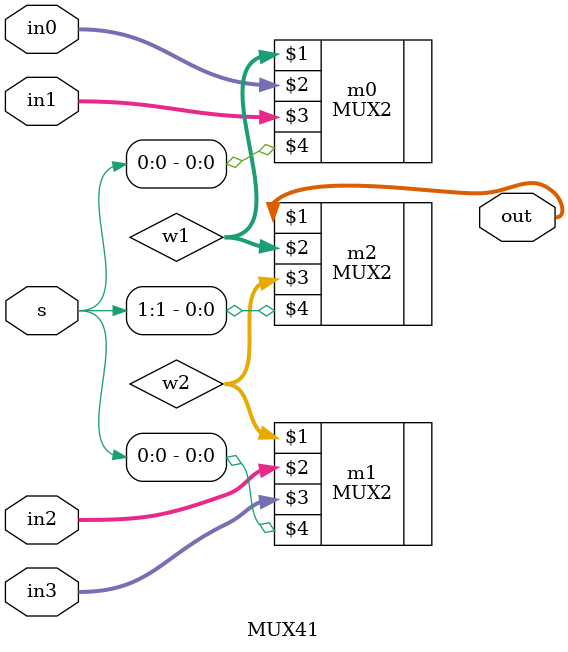
<source format=v>
module MUX41(out,in0,in1,in2,in3,s);
input [1:0] s;
input [31:0] in0, in1, in2, in3;
output [31:0] out;
wire [31:0] w1, w2;

MUX2 m0(w1,in0,in1,s[0]);
MUX2 m1(w2,in2,in3,s[0]);
MUX2 m2(out,w1,w2,s[1]);

endmodule

</source>
